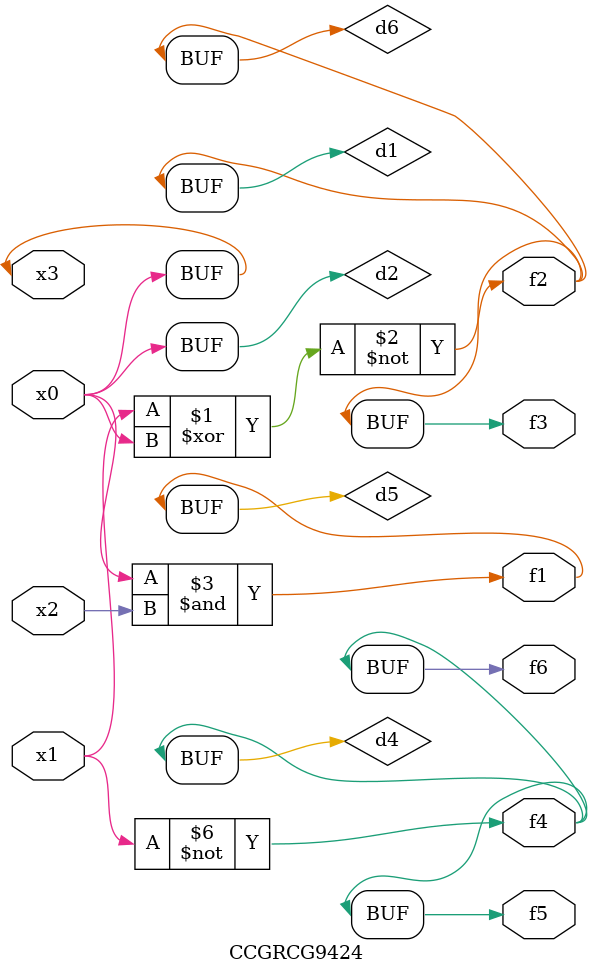
<source format=v>
module CCGRCG9424(
	input x0, x1, x2, x3,
	output f1, f2, f3, f4, f5, f6
);

	wire d1, d2, d3, d4, d5, d6;

	xnor (d1, x1, x3);
	buf (d2, x0, x3);
	nand (d3, x0, x2);
	not (d4, x1);
	nand (d5, d3);
	or (d6, d1);
	assign f1 = d5;
	assign f2 = d6;
	assign f3 = d6;
	assign f4 = d4;
	assign f5 = d4;
	assign f6 = d4;
endmodule

</source>
